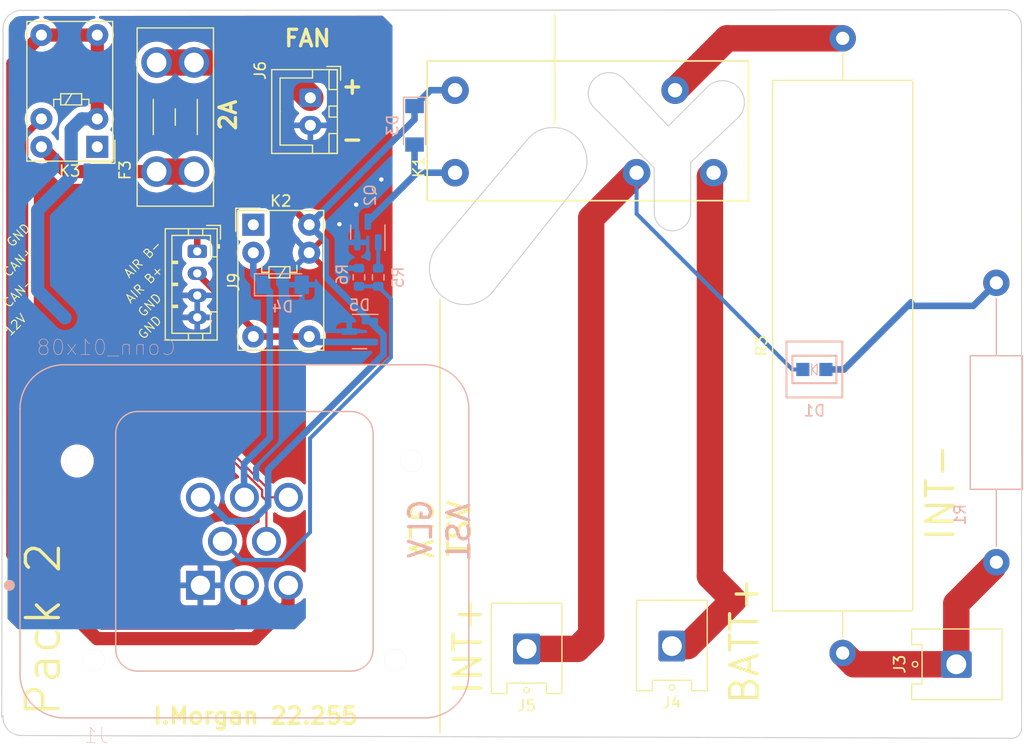
<source format=kicad_pcb>
(kicad_pcb (version 20211014) (generator pcbnew)
  (layers (0 "F.Cu" signal) (31 "B.Cu" signal) (34 "B.Paste" user) (35 "F.Paste" user) (36 "B.SilkS" user "B.Silkscreen") (37 "F.SilkS" user "F.Silkscreen") (38 "B.Mask" user) (39 "F.Mask" user) (44 "Edge.Cuts" user))
  (net 0 "")
  (net 1 "/INT-")
  (net 2 "Net-(D1-Pad2)")
  (net 3 "Net-(D3-Pad2)")
  (net 4 "/MAIN_CONT")
  (net 5 "GND")
  (net 6 "/AIR_B+")
  (net 7 "unconnected-(J1-Pad5)")
  (net 8 "unconnected-(J1-Pad8)")
  (net 9 "/B+")
  (net 10 "+12V")
  (net 11 "/PRECHARGE")
  (net 12 "/AIR_B-")
  (net 13 "/INT+")
  (net 14 "Net-(K1-Pad5)")
  (net 16 "Net-(Q2-Pad1)")
  (net 17 "Net-(F3-Pad2)")
  (net 18 "/FAN_OUT")
  (net 19 "/BMS_FAN")
  (footprint "Connector_JST:JST_PH_B4B-PH-K_1x04_P2.00mm_Vertical" (layer "F.Cu") (at 107.061 84.773 -90)
    (fp_text reference "J9" (at 2.794 -3.302 90) (layer "F.SilkS"))
    (fp_text value "JST PH")
    (fp_line (start -2.36 -2.11) (end -2.36 -0.86) (layer "F.SilkS") (width 0.12))
    (fp_line (start 8.06 0.8) (end 7.45 0.8) (layer "F.SilkS") (width 0.12))
    (fp_line (start 0.5 -1.81) (end 0.5 -1.2) (layer "F.SilkS") (width 0.12))
    (fp_line (start 2.9 2.3) (end 2.9 1.8) (layer "F.SilkS") (width 0.12))
    (fp_line (start -0.3 -1.81) (end -0.3 -2.01) (layer "F.SilkS") (width 0.12))
    (fp_line (start 0.9 2.3) (end 0.9 1.8) (layer "F.SilkS") (width 0.12))
    (fp_line (start 8.06 -0.5) (end 7.45 -0.5) (layer "F.SilkS") (width 0.12))
    (fp_line (start -2.06 -0.5) (end -1.45 -0.5) (layer "F.SilkS") (width 0.12))
    (fp_line (start -0.3 -1.91) (end -0.6 -1.91) (layer "F.SilkS") (width 0.12))
    (fp_line (start 5 2.3) (end 5 1.8) (layer "F.SilkS") (width 0.12))
    (fp_line (start -0.3 -2.01) (end -0.6 -2.01) (layer "F.SilkS") (width 0.12))
    (fp_line (start -2.06 -1.81) (end -2.06 2.91) (layer "F.SilkS") (width 0.12))
    (fp_line (start 1 2.3) (end 1 1.8) (layer "F.SilkS") (width 0.12))
    (fp_line (start 3 2.3) (end 3 1.8) (layer "F.SilkS") (width 0.12))
    (fp_line (start -1.45 2.3) (end 7.45 2.3) (layer "F.SilkS") (width 0.12))
    (fp_line (start -0.6 -2.01) (end -0.6 -1.81) (layer "F.SilkS") (width 0.12))
    (fp_line (start 4.9 1.8) (end 5.1 1.8) (layer "F.SilkS") (width 0.12))
    (fp_line (start 7.45 -1.2) (end 5.5 -1.2) (layer "F.SilkS") (width 0.12))
    (fp_line (start 7.45 2.3) (end 7.45 -1.2) (layer "F.SilkS") (width 0.12))
    (fp_line (start 8.06 -1.81) (end -2.06 -1.81) (layer "F.SilkS") (width 0.12))
    (fp_line (start -1.45 -1.2) (end -1.45 2.3) (layer "F.SilkS") (width 0.12))
    (fp_line (start -2.06 2.91) (end 8.06 2.91) (layer "F.SilkS") (width 0.12))
    (fp_line (start 3.1 1.8) (end 3.1 2.3) (layer "F.SilkS") (width 0.12))
    (fp_line (start -2.06 0.8) (end -1.45 0.8) (layer "F.SilkS") (width 0.12))
    (fp_line (start 8.06 2.91) (end 8.06 -1.81) (layer "F.SilkS") (width 0.12))
    (fp_line (start 5.5 -1.2) (end 5.5 -1.81) (layer "F.SilkS") (width 0.12))
    (fp_line (start 4.9 2.3) (end 4.9 1.8) (layer "F.SilkS") (width 0.12))
    (fp_line (start 5.1 1.8) (end 5.1 2.3) (layer "F.SilkS") (width 0.12))
    (fp_line (start 0.9 1.8) (end 1.1 1.8) (layer "F.SilkS") (width 0.12))
    (fp_line (start 0.5 -1.2) (end -1.45 -1.2) (layer "F.SilkS") (width 0.12))
    (fp_line (start -1.11 -2.11) (end -2.36 -2.11) (layer "F.SilkS") (width 0.12))
    (fp_line (start 2.9 1.8) (end 3.1 1.8) (layer "F.SilkS") (width 0.12))
    (fp_line (start 1.1 1.8) (end 1.1 2.3) (layer "F.SilkS") (width 0.12))
    (pad "1" thru_hole roundrect locked (at 0 0 270) (size 1.2 1.75) (drill 0.75) (layers *.Cu *.Mask) (roundrect_rratio 0.2083333333) (net 12 "/AIR_B-"))
    (pad "2" thru_hole oval locked (at 2 0 270) (size 1.2 1.75) (drill 0.75) (layers *.Cu *.Mask) (net 6 "/AIR_B+"))
    (pad "3" thru_hole oval locked (at 4 0 270) (size 1.2 1.75) (drill 0.75) (layers *.Cu *.Mask) (net 5 "GND"))
    (pad "4" thru_hole oval locked (at 6 0 270) (size 1.2 1.75) (drill 0.75) (layers *.Cu *.Mask) (net 5 "GND"))
  )
  (footprint "Relay_THT:Relay_SPDT_Omron_G5V-1" (layer "F.Cu") (at 97.9725 75.2685 180)
    (fp_text reference "K3" (at 2.5 -2.2) (layer "F.SilkS"))
    (fp_text value "G5V-1")
    (fp_line (start 3.327 3.81) (end 1.422 3.81) (layer "F.SilkS") (width 0.12))
    (fp_line (start 0.762 3.683) (end 0.762 4.318) (layer "F.SilkS") (width 0.12))
    (fp_line (start 6.4 11.4) (end -1.4 11.4) (layer "F.SilkS") (width 0.12))
    (fp_line (start 1.422 4.826) (end 3.327 4.826) (layer "F.SilkS") (width 0.12))
    (fp_line (start -1.4 -1.3) (end 6.4 -1.3) (layer "F.SilkS") (width 0.12))
    (fp_line (start 3.962 4.318) (end 3.327 4.318) (layer "F.SilkS") (width 0.12))
    (fp_line (start 1.422 3.81) (end 1.422 4.826) (layer "F.SilkS") (width 0.12))
    (fp_line (start 2.946 3.81) (end 2.311 4.826) (layer "F.SilkS") (width 0.12))
    (fp_line (start -1.6 0.6) (end -1.6 -1.5) (layer "F.SilkS") (width 0.12))
    (fp_line (start 3.962 3.683) (end 3.962 4.318) (layer "F.SilkS") (width 0.12))
    (fp_line (start 6.4 -1.3) (end 6.4 11.4) (layer "F.SilkS") (width 0.12))
    (fp_line (start 0.762 4.318) (end 1.422 4.318) (layer "F.SilkS") (width 0.12))
    (fp_line (start -1.4 11.4) (end -1.4 -1.3) (layer "F.SilkS") (width 0.12))
    (fp_line (start 3.327 3.81) (end 3.327 4.826) (layer "F.SilkS") (width 0.12))
    (fp_line (start -1.6 -1.5) (end 0.6 -1.5) (layer "F.SilkS") (width 0.12))
    (pad "1" thru_hole rect locked (at 0 0 180) (size 2 2) (drill 1) (layers *.Cu *.Mask))
    (pad "2" thru_hole circle locked (at 0 2.54 180) (size 2 2) (drill 1) (layers *.Cu *.Mask) (net 10 "+12V"))
    (pad "5" thru_hole circle locked (at 0 10.16 180) (size 2 2) (drill 1) (layers *.Cu *.Mask) (net 10 "+12V"))
    (pad "6" thru_hole circle locked (at 5.08 10.16 180) (size 2 2) (drill 1) (layers *.Cu *.Mask) (net 10 "+12V"))
    (pad "9" thru_hole circle locked (at 5.08 2.54 180) (size 2 2) (drill 1) (layers *.Cu *.Mask) (net 19 "/BMS_FAN"))
    (pad "10" thru_hole circle locked (at 5.08 0 180) (size 2 2) (drill 1) (layers *.Cu *.Mask) (net 18 "/FAN_OUT"))
  )
  (footprint "AERO_Footprints:G2RL" (layer "F.Cu") (at 143.2 73.811)
    (fp_text reference "K1" (at -16.002 3.302 90) (layer "F.SilkS"))
    (fp_text value "G2RL")
    (fp_line (start -15.24 -6.35) (end 13.97 -6.35) (layer "F.SilkS") (width 0.15))
    (fp_line (start 13.97 -6.35) (end 13.97 6.35) (layer "F.SilkS") (width 0.15))
    (fp_line (start -15.24 6.35) (end -15.24 -6.35) (layer "F.SilkS") (width 0.15))
    (fp_line (start 13.97 6.35) (end -15.24 6.35) (layer "F.SilkS") (width 0.15))
    (pad "1" thru_hole circle locked (at 3.8 3.81) (size 2.5 2.5) (drill 1.3) (layers *.Cu *.Mask) (net 1 "/INT-"))
    (pad "2" thru_hole circle locked (at -12.7 -3.69) (size 2.5 2.5) (drill 1.3) (layers *.Cu *.Mask) (net 12 "/AIR_B-"))
    (pad "5" thru_hole circle locked (at 7.3 -3.69) (size 2.5 2.5) (drill 1.3) (layers *.Cu *.Mask) (net 14 "Net-(K1-Pad5)"))
    (pad "9" thru_hole circle locked (at -12.7 3.81) (size 2.5 2.5) (drill 1.3) (layers *.Cu *.Mask) (net 3 "Net-(D3-Pad2)"))
    (pad "10" thru_hole circle locked (at 10.8 3.81) (size 2.5 2.5) (drill 1.3) (layers *.Cu *.Mask) (net 9 "/B+"))
  )
  (footprint "AERO_Footprints:Fuseholder_Blade_Mini_Keystone_3568" (layer "F.Cu") (at 103.365 77.521 90)
    (fp_text reference "F3" (at 0.134 -2.872 90) (layer "F.SilkS"))
    (fp_text value "Fuse")
    (fp_line (start 6.56 3.7) (end 3.36 3.7) (layer "F.SilkS") (width 0.12))
    (fp_line (start 13.06 -1.77) (end -3.14 -1.77) (layer "F.SilkS") (width 0.12))
    (fp_line (start 3.36 -0.3) (end 6.56 -0.3) (layer "F.SilkS") (width 0.12))
    (fp_line (start -3.14 5.17) (end 13.06 5.17) (layer "F.SilkS") (width 0.12))
    (fp_line (start 4.21 1.7) (end 5.71 1.7) (layer "F.SilkS") (width 0.12))
    (fp_line (start -3.14 -1.77) (end -3.14 5.17) (layer "F.SilkS") (width 0.12))
    (fp_line (start 13.06 5.17) (end 13.06 -1.77) (layer "F.SilkS") (width 0.12))
    (pad "1" thru_hole circle locked (at 0 3.4 90) (size 2.78 2.78) (drill 1.78) (layers *.Cu *.Mask) (net 18 "/FAN_OUT"))
    (pad "1" thru_hole circle locked (at 0 0 90) (size 2.78 2.78) (drill 1.78) (layers *.Cu *.Mask) (net 18 "/FAN_OUT"))
    (pad "2" thru_hole circle locked (at 9.92 0 90) (size 2.78 2.78) (drill 1.78) (layers *.Cu *.Mask) (net 17 "Net-(F3-Pad2)"))
    (pad "2" thru_hole circle locked (at 9.92 3.4 90) (size 2.78 2.78) (drill 1.78) (layers *.Cu *.Mask) (net 17 "Net-(F3-Pad2)"))
  )
  (footprint "Connector_Hirose:Hirose_DF63M-1P-3.96DSA_1x01_P3.96mm_Vertical" (layer "F.Cu") (at 176.065 122.311 90)
    (fp_text reference "J3" (at 0 -5.15 90) (layer "F.SilkS"))
    (fp_text value "Conn_01x01")
    (fp_line (start 0 4.16) (end 3.21 4.16) (layer "F.SilkS") (width 0.12))
    (fp_line (start 3.21 4.16) (end 3.21 -4.06) (layer "F.SilkS") (width 0.12))
    (fp_line (start 1.79 -4.06) (end 1.79 -3.11) (layer "F.SilkS") (width 0.12))
    (fp_line (start 3.21 -4.06) (end 1.79 -4.06) (layer "F.SilkS") (width 0.12))
    (fp_line (start 1.79 -3.11) (end 0 -3.11) (layer "F.SilkS") (width 0.12))
    (fp_line (start -3.21 -4.06) (end -1.79 -4.06) (layer "F.SilkS") (width 0.12))
    (fp_line (start 0 4.16) (end -3.21 4.16) (layer "F.SilkS") (width 0.12))
    (fp_line (start -1.79 -3.11) (end 0 -3.11) (layer "F.SilkS") (width 0.12))
    (fp_line (start -1.79 -4.06) (end -1.79 -3.11) (layer "F.SilkS") (width 0.12))
    (fp_line (start -3.21 4.16) (end -3.21 -4.06) (layer "F.SilkS") (width 0.12))
    (fp_circle (center 0 -3.75) (end 0.25 -3.75) (layer "F.SilkS") (width 0.12) (fill none))
    (pad "" np_thru_hole circle locked (at -1.5 3.25 90) (size 1.6 1.6) (drill 1.6) (layers *.Cu *.Mask))
    (pad "1" thru_hole roundrect locked (at 0 0 90) (size 2.46 2.8) (drill 1.8) (layers *.Cu *.Mask) (roundrect_rratio 0.1016260163) (net 13 "/INT+"))
  )
  (footprint "Connector_JST:JST_XH_B2B-XH-A_1x02_P2.50mm_Vertical" (layer "F.Cu") (at 117.34 70.811 -90)
    (fp_text reference "J6" (at -2.485 4.564 -90) (layer "F.SilkS"))
    (fp_text value "Conn_01x02")
    (fp_line (start -2.55 -1.7) (end -0.75 -1.7) (layer "F.SilkS") (width 0.12))
    (fp_line (start -0.75 -2.45) (end -2.55 -2.45) (layer "F.SilkS") (width 0.12))
    (fp_line (start 5.06 -2.46) (end -2.56 -2.46) (layer "F.SilkS") (width 0.12))
    (fp_line (start -0.75 -1.7) (end -0.75 -2.45) (layer "F.SilkS") (width 0.12))
    (fp_line (start -1.8 2.75) (end 1.25 2.75) (layer "F.SilkS") (width 0.12))
    (fp_line (start -1.6 -2.75) (end -2.85 -2.75) (layer "F.SilkS") (width 0.12))
    (fp_line (start 0.75 -2.45) (end 0.75 -1.7) (layer "F.SilkS") (width 0.12))
    (fp_line (start 5.06 3.51) (end 5.06 -2.46) (layer "F.SilkS") (width 0.12))
    (fp_line (start 5.05 -1.7) (end 5.05 -2.45) (layer "F.SilkS") (width 0.12))
    (fp_line (start 1.75 -1.7) (end 1.75 -2.45) (layer "F.SilkS") (width 0.12))
    (fp_line (start 1.75 -2.45) (end 0.75 -2.45) (layer "F.SilkS") (width 0.12))
    (fp_line (start 4.3 2.75) (end 1.25 2.75) (layer "F.SilkS") (width 0.12))
    (fp_line (start -2.55 -2.45) (end -2.55 -1.7) (layer "F.SilkS") (width 0.12))
    (fp_line (start 0.75 -1.7) (end 1.75 -1.7) (layer "F.SilkS") (width 0.12))
    (fp_line (start 5.05 -0.2) (end 4.3 -0.2) (layer "F.SilkS") (width 0.12))
    (fp_line (start 5.05 -2.45) (end 3.25 -2.45) (layer "F.SilkS") (width 0.12))
    (fp_line (start -2.56 3.51) (end 5.06 3.51) (layer "F.SilkS") (width 0.12))
    (fp_line (start -2.56 -2.46) (end -2.56 3.51) (layer "F.SilkS") (width 0.12))
    (fp_line (start 3.25 -2.45) (end 3.25 -1.7) (layer "F.SilkS") (width 0.12))
    (fp_line (start 3.25 -1.7) (end 5.05 -1.7) (layer "F.SilkS") (width 0.12))
    (fp_line (start -2.85 -2.75) (end -2.85 -1.5) (layer "F.SilkS") (width 0.12))
    (fp_line (start -2.55 -0.2) (end -1.8 -0.2) (layer "F.SilkS") (width 0.12))
    (fp_line (start 4.3 -0.2) (end 4.3 2.75) (layer "F.SilkS") (width 0.12))
    (fp_line (start -1.8 -0.2) (end -1.8 2.75) (layer "F.SilkS") (width 0.12))
    (pad "1" thru_hole roundrect locked (at 0 0 270) (size 1.7 2) (drill 1) (layers *.Cu *.Mask) (roundrect_rratio 0.1470588235) (net 17 "Net-(F3-Pad2)"))
    (pad "2" thru_hole oval locked (at 2.5 0 270) (size 1.7 2) (drill 1) (layers *.Cu *.Mask) (net 5 "GND"))
  )
  (footprint "Resistor_THT:R_Axial_Power_L48.0mm_W12.5mm_P55.88mm" (layer "F.Cu") (at 165.735 121.285 90)
    (fp_text reference "R3" (at 27.94 -7.37 90) (layer "F.SilkS"))
    (fp_text value "500")
    (fp_line (start 52.06 6.37) (end 52.06 -6.37) (layer "F.SilkS") (width 0.12))
    (fp_line (start 54.44 0) (end 52.06 0) (layer "F.SilkS") (width 0.12))
    (fp_line (start 3.82 -6.37) (end 3.82 6.37) (layer "F.SilkS") (width 0.12))
    (fp_line (start 3.82 6.37) (end 52.06 6.37) (layer "F.SilkS") (width 0.12))
    (fp_line (start 52.06 -6.37) (end 3.82 -6.37) (layer "F.SilkS") (width 0.12))
    (fp_line (start 1.44 0) (end 3.82 0) (layer "F.SilkS") (width 0.12))
    (pad "1" thru_hole circle (at 0 0 90) (size 2.4 2.4) (drill 1.2) (layers *.Cu *.Mask) (net 13 "/INT+"))
    (pad "2" thru_hole oval (at 55.88 0 90) (size 2.4 2.4) (drill 1.2) (layers *.Cu *.Mask) (net 14 "Net-(K1-Pad5)"))
  )
  (footprint "Connector_Hirose:Hirose_DF63M-1P-3.96DSA_1x01_P3.96mm_Vertical" (layer "F.Cu") (at 150.211 120.655 180)
    (fp_text reference "J4" (at 0 -5.15) (layer "F.SilkS"))
    (fp_text value "Conn_01x01")
    (fp_line (start 0 4.16) (end 3.21 4.16) (layer "F.SilkS") (width 0.12))
    (fp_line (start -1.79 -3.11) (end 0 -3.11) (layer "F.SilkS") (width 0.12))
    (fp_line (start 0 4.16) (end -3.21 4.16) (layer "F.SilkS") (width 0.12))
    (fp_line (start 3.21 -4.06) (end 1.79 -4.06) (layer "F.SilkS") (width 0.12))
    (fp_line (start -1.79 -4.06) (end -1.79 -3.11) (layer "F.SilkS") (width 0.12))
    (fp_line (start 1.79 -4.06) (end 1.79 -3.11) (layer "F.SilkS") (width 0.12))
    (fp_line (start 1.79 -3.11) (end 0 -3.11) (layer "F.SilkS") (width 0.12))
    (fp_line (start 3.21 4.16) (end 3.21 -4.06) (layer "F.SilkS") (width 0.12))
    (fp_line (start -3.21 -4.06) (end -1.79 -4.06) (layer "F.SilkS") (width 0.12))
    (fp_line (start -3.21 4.16) (end -3.21 -4.06) (layer "F.SilkS") (width 0.12))
    (fp_circle (center 0 -3.75) (end 0.25 -3.75) (layer "F.SilkS") (width 0.12) (fill none))
    (pad "" np_thru_hole circle locked (at -1.5 3.25 180) (size 1.6 1.6) (drill 1.6) (layers *.Cu *.Mask))
    (pad "1" thru_hole roundrect locked (at 0 0 180) (size 2.46 2.8) (drill 1.8) (layers *.Cu *.Mask) (roundrect_rratio 0.1016260163) (net 9 "/B+"))
  )
  (footprint "Connector_Hirose:Hirose_DF63M-1P-3.96DSA_1x01_P3.96mm_Vertical" (layer "F.Cu") (at 137.003 120.909 180)
    (fp_text reference "J5" (at 0 -5.15) (layer "F.SilkS"))
    (fp_text value "Conn_01x01")
    (fp_line (start -1.79 -4.06) (end -1.79 -3.11) (layer "F.SilkS") (width 0.12))
    (fp_line (start 1.79 -4.06) (end 1.79 -3.11) (layer "F.SilkS") (width 0.12))
    (fp_line (start 3.21 -4.06) (end 1.79 -4.06) (layer "F.SilkS") (width 0.12))
    (fp_line (start -3.21 4.16) (end -3.21 -4.06) (layer "F.SilkS") (width 0.12))
    (fp_line (start -3.21 -4.06) (end -1.79 -4.06) (layer "F.SilkS") (width 0.12))
    (fp_line (start 0 4.16) (end 3.21 4.16) (layer "F.SilkS") (width 0.12))
    (fp_line (start 0 4.16) (end -3.21 4.16) (layer "F.SilkS") (width 0.12))
    (fp_line (start -1.79 -3.11) (end 0 -3.11) (layer "F.SilkS") (width 0.12))
    (fp_line (start 1.79 -3.11) (end 0 -3.11) (layer "F.SilkS") (width 0.12))
    (fp_line (start 3.21 4.16) (end 3.21 -4.06) (layer "F.SilkS") (width 0.12))
    (fp_circle (center 0 -3.75) (end 0.25 -3.75) (layer "F.SilkS") (width 0.12) (fill none))
    (pad "" np_thru_hole circle locked (at -1.5 3.25 180) (size 1.6 1.6) (drill 1.6) (layers *.Cu *.Mask))
    (pad "1" thru_hole roundrect locked (at 0 0 180) (size 2.46 2.8) (drill 1.8) (layers *.Cu *.Mask) (roundrect_rratio 0.1016260163) (net 1 "/INT-"))
  )
  (footprint "Relay_THT:Relay_SPDT_Omron_G5V-1" (layer "F.Cu") (at 112.1575 82.3535)
    (fp_text reference "K2" (at 2.5 -2.159) (layer "F.SilkS"))
    (fp_text value "G5V-1")
    (fp_line (start -1.6 -1.5) (end 0.6 -1.5) (layer "F.SilkS") (width 0.12))
    (fp_line (start 0.762 3.683) (end 0.762 4.318) (layer "F.SilkS") (width 0.12))
    (fp_line (start 3.962 3.683) (end 3.962 4.318) (layer "F.SilkS") (width 0.12))
    (fp_line (start -1.4 -1.3) (end 6.4 -1.3) (layer "F.SilkS") (width 0.12))
    (fp_line (start 1.422 4.826) (end 3.327 4.826) (layer "F.SilkS") (width 0.12))
    (fp_line (start 6.4 11.4) (end -1.4 11.4) (layer "F.SilkS") (width 0.12))
    (fp_line (start 3.327 3.81) (end 1.422 3.81) (layer "F.SilkS") (width 0.12))
    (fp_line (start 6.4 -1.3) (end 6.4 11.4) (layer "F.SilkS") (width 0.12))
    (fp_line (start -1.6 0.6) (end -1.6 -1.5) (layer "F.SilkS") (width 0.12))
    (fp_line (start 2.946 3.81) (end 2.311 4.826) (layer "F.SilkS") (width 0.12))
    (fp_line (start 1.422 3.81) (end 1.422 4.826) (layer "F.SilkS") (width 0.12))
    (fp_line (start 0.762 4.318) (end 1.422 4.318) (layer "F.SilkS") (width 0.12))
    (fp_line (start 3.327 3.81) (end 3.327 4.826) (layer "F.SilkS") (width 0.12))
    (fp_line (start -1.4 11.4) (end -1.4 -1.3) (layer "F.SilkS") (width 0.12))
    (fp_line (start 3.962 4.318) (end 3.327 4.318) (layer "F.SilkS") (width 0.12))
    (pad "1" thru_hole rect locked (at 0 0) (size 2 2) (drill 1) (layers *.Cu *.Mask))
    (pad "2" thru_hole circle locked (at 0 2.54) (size 2 2) (drill 1) (layers *.Cu *.Mask) (net 4 "/MAIN_CONT"))
    (pad "5" thru_hole circle locked (at 0 10.16) (size 2 2) (drill 1) (layers *.Cu *.Mask) (net 6 "/AIR_B+"))
    (pad "6" thru_hole circle locked (at 5.08 10.16) (size 2 2) (drill 1) (layers *.Cu *.Mask) (net 6 "/AIR_B+"))
    (pad "9" thru_hole circle locked (at 5.08 2.54) (size 2 2) (drill 1) (layers *.Cu *.Mask) (net 5 "GND"))
    (pad "10" thru_hole circle locked (at 5.08 0) (size 2 2) (drill 1) (layers *.Cu *.Mask) (net 12 "/AIR_B-"))
  )
  (footprint "AERO_Footprints:TE_1-776276-1_8pin_Vertical" (layer "B.Cu") (at 111.349 111.13)
    (fp_text reference "J1" (at -13.4511 17.6484) (layer "B.SilkS") (effects (font (size 1.40074 1.40074) (thickness 0.05)) (justify mirror)))
    (fp_text value "Conn_01x08" (at -12.5639 -17.6235) (layer "B.SilkS") (effects (font (size 1.40099 1.40099) (thickness 0.05)) (justify mirror)))
    (fp_line (start -9.7 11.8) (end 9.7 11.8) (layer "B.SilkS") (width 0.127))
    (fp_line (start 20.4 -12.05) (end 20.4 12.05) (layer "B.SilkS") (width 0.127))
    (fp_line (start 16.4 16.05) (end -16.4 16.05) (layer "B.SilkS") (width 0.127))
    (fp_line (start -16.4 -16.05) (end 16.4 -16.05) (layer "B.SilkS") (width 0.127))
    (fp_line (start 9.7 -11.8) (end -9.7 -11.8) (layer "B.SilkS") (width 0.127))
    (fp_line (start -11.7 -9.8) (end -11.7 9.8) (layer "B.SilkS") (width 0.127))
    (fp_line (start -20.4 12.05) (end -20.4 -12.05) (layer "B.SilkS") (width 0.127))
    (fp_line (start 11.7 9.8) (end 11.7 -9.8) (layer "B.SilkS") (width 0.127))
    (fp_arc (start -9.7 11.8) (mid -11.114214 11.214214) (end -11.7 9.8) (layer "B.SilkS") (width 0.127))
    (fp_arc (start 16.4 -16.05) (mid 19.228427 -14.878427) (end 20.4 -12.05) (layer "B.SilkS") (width 0.127))
    (fp_arc (start -11.7 -9.8) (mid -11.114214 -11.214214) (end -9.7 -11.8) (layer "B.SilkS") (width 0.127))
    (fp_arc (start 20.4 12.05) (mid 19.228427 14.878427) (end 16.4 16.05) (layer "B.SilkS") (width 0.127))
    (fp_arc (start 9.7 -11.8) (mid 11.114214 -11.214214) (end 11.7 -9.8) (layer "B.SilkS") (width 0.127))
    (fp_arc (start -16.4 16.05) (mid -19.228427 14.878427) (end -20.4 12.05) (layer "B.SilkS") (width 0.127))
    (fp_arc (start 11.7 9.8) (mid 11.114214 11.214214) (end 9.7 11.8) (layer "B.SilkS") (width 0.127))
    (fp_arc (start -20.4 -12.05) (mid -19.228427 -14.878427) (end -16.4 -16.05) (layer "B.SilkS") (width 0.127))
    (fp_circle (center -21.365 4) (end -21.115 4) (layer "B.SilkS") (width 0.5) (fill none))
    (pad "" np_thru_hole circle (at -13.7 10.8) (size 2 2) (drill 2) (layers *.Cu *.Mask "B.SilkS"))
    (pad "" np_thru_hole circle (at 13.7 10.8) (size 2 2) (drill 2) (layers *.Cu *.Mask "B.SilkS"))
    (pad "" np_thru_hole circle (at 15.2 -7.3) (size 2 2) (drill 2) (layers *.Cu *.Mask "B.SilkS"))
    (pad "" np_thru_hole circle (at -15.2 -7.3) (size 2 2) (drill 2) (layers *.Cu *.Mask "B.SilkS"))
    (pad "1" thru_hole rect (at -4 4) (size 2.625 2.625) (drill 1.75) (layers *.Cu *.Mask) (net 5 "GND"))
    (pad "2" thru_hole circle (at 0 4) (size 2.625 2.625) (drill 1.75) (layers *.Cu *.Mask) (net 19 "/BMS_FAN"))
    (pad "3" thru_hole circle (at 4 4) (size 2.625 2.625) (drill 1.75) (layers *.Cu *.Mask) (net 10 "+12V"))
    (pad "4" thru_hole circle (at -2 0) (size 2.625 2.625) (drill 1.75) (layers *.Cu *.Mask) (net 11 "/PRECHARGE"))
    (pad "5" thru_hole circle (at 2 0) (size 2.625 2.625) (drill 1.75) (layers *.Cu *.Mask) (net 7 "unconnected-(J1-Pad5)"))
    (pad "6" thru_hole circle (at -4 -4) (size 2.625 2.625) (drill 1.75) (layers *.Cu *.Mask) (net 12 "/AIR_B-"))
    (pad "7" thru_hole circle (at 0 -4) (size 2.625 2.625) (drill 1.75) (layers *.Cu *.Mask) (net 4 "/MAIN_CONT"))
    (pad "8" thru_hole circle (at 4 -4) (size 2.625 2.625) (drill 1.75) (layers *.Cu *.Mask) (net 8 "unconnected-(J1-Pad8)"))
  )
  (footprint "Package_TO_SOT_SMD:SOT-23" (layer "B.Cu") (at 122.565 83.01881 90)
    (fp_text reference "Q2" (at 3.3505 0.214 90) (layer "B.SilkS") (effects (justify mirror)))
    (fp_text value "MMBT2222A")
    (fp_line (start 0 1.56) (end -1.675 1.56) (layer "B.SilkS") (width 0.12))
    (fp_line (start 0 1.56) (end 0.65 1.56) (layer "B.SilkS") (width 0.12))
    (fp_line (start 0 -1.56) (end -0.65 -1.56) (layer "B.SilkS") (width 0.12))
    (fp_line (start 0 -1.56) (end 0.65 -1.56) (layer "B.SilkS") (width 0.12))
    (pad "1" smd roundrect locked (at -0.9375 0.95 90) (size 1.475 0.6) (layers "B.Cu" "B.Paste" "B.Mask") (net 16 "Net-(Q2-Pad1)"))
    (pad "2" smd roundrect locked (at -0.9375 -0.95 90) (size 1.475 0.6) (layers "B.Cu" "B.Paste" "B.Mask") (net 5 "GND"))
    (pad "3" smd roundrect locked (at 0.9375 0 90) (size 1.475 0.6) (layers "B.Cu" "B.Paste" "B.Mask") (net 3 "Net-(D3-Pad2)"))
  )
  (footprint "Diode_SMD:D_MiniMELF" (layer "B.Cu") (at 126.815 73.311 -90)
    (fp_text reference "D3" (at 0 2 90) (layer "B.SilkS") (effects (justify mirror)))
    (fp_text value "1N4148")
    (fp_line (start -2.55 -1) (end 1.75 -1) (layer "B.SilkS") (width 0.12))
    (fp_line (start 1.75 1) (end -2.55 1) (layer "B.SilkS") (width 0.12))
    (fp_line (start -2.55 1) (end -2.55 -1) (layer "B.SilkS") (width 0.12))
    (pad "1" smd rect locked (at -1.75 0 270) (size 1.3 1.7) (layers "B.Cu" "B.Paste" "B.Mask") (net 12 "/AIR_B-"))
    (pad "2" smd rect locked (at 1.75 0 270) (size 1.3 1.7) (layers "B.Cu" "B.Paste" "B.Mask") (net 3 "Net-(D3-Pad2)"))
  )
  (footprint "AERO_Footprints:LPA-C011301S-x LED 0805 LIGHT PIPE SINGLE VERT SMD" (layer "B.Cu") (at 163.165 95.509)
    (fp_text reference "D1" (at 0 3.75) (layer "B.SilkS") (effects (justify mirror)))
    (fp_text value "LED")
    (fp_line (start -2.54 -2.54) (end -2.54 2.54) (layer "B.SilkS") (width 0.18))
    (fp_line (start -2.54 2.54) (end 2.54 2.54) (layer "B.SilkS") (width 0.18))
    (fp_line (start -2 1.25) (end 2 1.25) (layer "B.SilkS") (width 0.18))
    (fp_line (start 2 1.25) (end 2 -1.25) (layer "B.SilkS") (width 0.18))
    (fp_line (start 2 -1.25) (end -2 -1.25) (layer "B.SilkS") (width 0.18))
    (fp_line (start -0.25 0) (end 0.25 0.5) (layer "B.SilkS") (width 0.1))
    (fp_line (start -2 -1.25) (end -2 1.25) (layer "B.SilkS") (width 0.18))
    (fp_line (start -0.25 0.5) (end -0.25 -0.5) (layer "B.SilkS") (width 0.1))
    (fp_line (start 2.54 -2.54) (end -2.54 -2.54) (layer "B.SilkS") (width 0.18))
    (fp_line (start 0.25 0.5) (end 0.25 -0.5) (layer "B.SilkS") (width 0.1))
    (fp_line (start 0.25 -0.5) (end -0.25 0) (layer "B.SilkS") (width 0.1))
    (fp_line (start 2.54 2.54) (end 2.54 -2.54) (layer "B.SilkS") (width 0.18))
    (pad "" np_thru_hole circle (at -1.89 1.89) (size 1 1) (drill 1) (layers *.Cu *.Mask))
    (pad "" np_thru_hole circle (at 1.89 -1.89) (size 1 1) (drill 1) (layers *.Cu *.Mask))
    (pad "1" smd rect (at -1.05 0) (size 1.2 1.2) (layers "B.Cu" "B.Paste" "B.Mask") (net 1 "/INT-"))
    (pad "2" smd rect (at 1.05 0) (size 1.2 1.2) (layers "B.Cu" "B.Paste" "B.Mask") (net 2 "Net-(D1-Pad2)"))
  )
  (footprint "Resistor_SMD:R_0603_1608Metric" (layer "B.Cu") (at 123.513 87.127 -90)
    (fp_text reference "R5" (at 0 -1.806 90) (layer "B.SilkS") (effects (justify mirror)))
    (fp_text value "10k")
    (fp_line (start -0.237258 0.5225) (end 0.237258 0.5225) (layer "B.SilkS") (width 0.12))
    (fp_line (start -0.237258 -0.5225) (end 0.237258 -0.5225) (layer "B.SilkS") (width 0.12))
    (pad "1" smd roundrect locked (at -0.825 0 270) (size 0.8 0.95) (layers "B.Cu" "B.Paste" "B.Mask") (net 16 "Net-(Q2-Pad1)"))
    (pad "2" smd roundrect locked (at 0.825 0 270) (size 0.8 0.95) (layers "B.Cu" "B.Paste" "B.Mask") (net 11 "/PRECHARGE"))
  )
  (footprint "Diode_SMD:D_MiniMELF" (layer "B.Cu") (at 114.815 87.811)
    (fp_text reference "D4" (at 0 2) (layer "B.SilkS") (effects (justify mirror)))
    (fp_text value "1N4148")
    (fp_line (start -2.55 1) (end -2.55 -1) (layer "B.SilkS") (width 0.12))
    (fp_line (start 1.75 1) (end -2.55 1) (layer "B.SilkS") (width 0.12))
    (fp_line (start -2.55 -1) (end 1.75 -1) (layer "B.SilkS") (width 0.12))
    (pad "1" smd rect locked (at -1.75 0) (size 1.3 1.7) (layers "B.Cu" "B.Paste" "B.Mask") (net 4 "/MAIN_CONT"))
    (pad "2" smd rect locked (at 1.75 0) (size 1.3 1.7) (layers "B.Cu" "B.Paste" "B.Mask") (net 5 "GND"))
  )
  (footprint "Package_TO_SOT_SMD:SOT-23" (layer "B.Cu") (at 121.815 92.061 180)
    (fp_text reference "D5" (at 0 2.4) (layer "B.SilkS") (effects (justify mirror)))
    (fp_text value "MMBZxx")
    (fp_line (start 0 1.56) (end -1.675 1.56) (layer "B.SilkS") (width 0.12))
    (fp_line (start 0 -1.56) (end 0.65 -1.56) (layer "B.SilkS") (width 0.12))
    (fp_line (start 0 1.56) (end 0.65 1.56) (layer "B.SilkS") (width 0.12))
    (fp_line (start 0 -1.56) (end -0.65 -1.56) (layer "B.SilkS") (width 0.12))
    (pad "1" smd roundrect locked (at -0.9375 0.95 180) (size 1.475 0.6) (layers "B.Cu" "B.Paste" "B.Mask") (net 12 "/AIR_B-"))
    (pad "2" smd roundrect locked (at -0.9375 -0.95 180) (size 1.475 0.6) (layers "B.Cu" "B.Paste" "B.Mask") (net 6 "/AIR_B+"))
    (pad "3" smd roundrect locked (at 0.9375 0 180) (size 1.475 0.6) (layers "B.Cu" "B.Paste" "B.Mask") (net 5 "GND"))
  )
  (footprint "Resistor_THT:R_Axial_DIN0414_L11.9mm_D4.5mm_P25.40mm_Horizontal" (layer "B.Cu") (at 179.705 113.03 90)
    (fp_text reference "R1" (at 4.318 -3.302 90) (layer "B.SilkS") (effects (justify mirror)))
    (fp_text value "39k")
    (fp_line (start 18.77 -2.37) (end 18.77 2.37) (layer "B.SilkS") (width 0.12))
    (fp_line (start 6.63 2.37) (end 6.63 -2.37) (layer "B.SilkS") (width 0.12))
    (fp_line (start 1.44 0) (end 6.63 0) (layer "B.SilkS") (width 0.12))
    (fp_line (start 18.77 2.37) (end 6.63 2.37) (layer "B.SilkS") (width 0.12))
    (fp_line (start 6.63 -2.37) (end 18.77 -2.37) (layer "B.SilkS") (width 0.12))
    (fp_line (start 23.96 0) (end 18.77 0) (layer "B.SilkS") (width 0.12))
    (pad "1" thru_hole circle locked (at 0 0 90) (size 2.4 2.4) (drill 1.2) (layers *.Cu *.Mask) (net 13 "/INT+"))
    (pad "2" thru_hole oval locked (at 25.4 0 90) (size 2.4 2.4) (drill 1.2) (layers *.Cu *.Mask) (net 2 "Net-(D1-Pad2)"))
  )
  (footprint "Resistor_SMD:R_0603_1608Metric" (layer "B.Cu") (at 121.763 87.127 -90)
    (fp_text reference "R6" (at -0.254 1.524 90) (layer "B.SilkS") (effects (justify mirror)))
    (fp_text value "2k")
    (fp_line (start -0.237258 0.5225) (end 0.237258 0.5225) (layer "B.SilkS") (width 0.12))
    (fp_line (start -0.237258 -0.5225) (end 0.237258 -0.5225) (layer "B.SilkS") (width 0.12))
    (pad "1" smd roundrect locked (at -0.825 0 270) (size 0.8 0.95) (layers "B.Cu" "B.Paste" "B.Mask") (net 5 "GND"))
    (pad "2" smd roundrect locked (at 0.825 0 270) (size 0.8 0.95) (layers "B.Cu" "B.Paste" "B.Mask") (net 11 "/PRECHARGE"))
  )
  (gr_line (start 129.129 103.129) (end 129.129 128.529) (layer "F.SilkS") (width 0.15))
  (gr_line (start 139.543 73.157) (end 139.543 63.251) (layer "F.SilkS") (width 0.15))
  (gr_line (start 129.129 89.159) (end 129.129 103.129) (layer "F.SilkS") (width 0.15))
  (gr_line (start 89.408 64.516) (end 89.284341 127.127) (layer "Edge.Cuts") (width 0.1))
  (gr_arc (start 143.148001 71.727999) (mid 143.148001 69.061001) (end 145.814999 69.061001) (layer "Edge.Cuts") (width 0.1))
  (gr_line (start 180.34 62.811) (end 91.059 62.865) (layer "Edge.Cuts") (width 0.1))
  (gr_line (start 148.609 77.189) (end 148.609 81.253) (layer "Edge.Cuts") (width 0.1))
  (gr_line (start 156.229 72.617) (end 151.911 76.681) (layer "Edge.Cuts") (width 0.1))
  (gr_line (start 91.192382 128.784382) (end 181.108382 129.038382) (layer "Edge.Cuts") (width 0.1))
  (gr_arc (start 153.435 69.823) (mid 156.229 69.823) (end 156.229 72.617) (layer "Edge.Cuts") (width 0.1))
  (gr_arc (start 151.911 81.253) (mid 150.26 82.904) (end 148.609 81.253) (layer "Edge.Cuts") (width 0.1))
  (gr_arc (start 137.003 74.681) (mid 141.321 74.173) (end 141.829 78.491) (layer "Edge.Cuts") (width 0.1))
  (gr_arc (start 181.997382 128.149382) (mid 181.737 128.778) (end 181.108382 129.038382) (layer "Edge.Cuts") (width 0.1))
  (gr_line (start 151.911 81.253) (end 151.911 76.681) (layer "Edge.Cuts") (width 0.1))
  (gr_arc (start 133.955 88.397) (mid 129.383 88.905) (end 128.875 84.333) (layer "Edge.Cuts") (width 0.1))
  (gr_arc (start 91.186 128.778) (mid 89.87479 128.284401) (end 89.411341 126.962234) (layer "Edge.Cuts") (width 0.1))
  (gr_line (start 133.955 88.397) (end 141.829 78.491) (layer "Edge.Cuts") (width 0.1))
  (gr_arc (start 180.34 62.811) (mid 181.564674 63.276968) (end 181.991 64.516) (layer "Edge.Cuts") (width 0.1))
  (gr_line (start 153.435 69.823) (end 149.879 73.379) (layer "Edge.Cuts") (width 0.1))
  (gr_line (start 181.991 64.516) (end 181.997382 128.149382) (layer "Edge.Cuts") (width 0.1))
  (gr_arc (start 89.408 64.516) (mid 89.891567 63.348567) (end 91.059 62.865) (layer "Edge.Cuts") (width 0.1))
  (gr_line (start 143.148001 71.727999) (end 148.609 77.189) (layer "Edge.Cuts") (width 0.1))
  (gr_line (start 137.003 74.681) (end 128.875 84.333) (layer "Edge.Cuts") (width 0.1))
  (gr_line (start 145.815 69.061) (end 149.879 73.379) (layer "Edge.Cuts") (width 0.1))
  (gr_text "TSV\n" (at 130.653 110.241 270) (layer "B.SilkS") (effects (font (size 2 2) (thickness 0.3)) (justify mirror)))
  (gr_text "GLV" (at 127.351 109.987 90) (layer "B.SilkS") (effects (font (size 2 2) (thickness 0.3)) (justify mirror)))
  (gr_text "GND" (at 90.805 83.312 45) (layer "F.SilkS") (effects (font (size 0.8 0.8) (thickness 0.1))))
  (gr_text "Pack 2" (at 93.061 119.131 90) (layer "F.SilkS") (effects (font (size 3 3) (thickness 0.3))))
  (gr_text "FAN" (at 117.094 65.405) (layer "F.SilkS") (effects (font (size 1.5 1.5) (thickness 0.3))))
  (gr_text "I.Morgan 22.255" (at 112.365 127.005) (layer "F.SilkS") (effects (font (size 1.5 1.5) (thickness 0.3))))
  (gr_text "INT-" (at 174.625 106.68 90) (layer "F.SilkS") (effects (font (size 2.5 2.5) (thickness 0.3))))
  (gr_text "AIR B-" (at 102.108 85.471 45) (layer "F.SilkS") (effects (font (size 0.8 0.8) (thickness 0.1))))
  (gr_text "CAN-\n" (at 90.805 88.519 45) (layer "F.SilkS") (effects (font (size 0.8 0.8) (thickness 0.1))))
  (gr_text "GND" (at 102.743 89.662 45) (layer "F.SilkS") (effects (font (size 0.8 0.8) (thickness 0.1))))
  (gr_text "TSV\n" (at 130.907 109.987 -270) (layer "F.SilkS") (effects (font (size 2 2) (thickness 0.3))))
  (gr_text "BATT+" (at 156.815 120.147 90) (layer "F.SilkS") (effects (font (size 2.5 2.5) (thickness 0.3))))
  (gr_text "INT+" (at 131.669 120.655 90) (layer "F.SilkS") (effects (font (size 2.5 2.5) (thickness 0.3))))
  (gr_text "GLV" (at 127.351 109.987 270) (layer "F.SilkS") (effects (font (size 2 2) (thickness 0.3))))
  (gr_text "AIR B+" (at 102.235 87.757 45) (layer "F.SilkS") (effects (font (size 0.8 0.8) (thickness 0.1))))
  (gr_text "+\n\n-" (at 121.158 72.136) (layer "F.SilkS") (effects (font (size 1.5 1.5) (thickness 0.3))))
  (gr_text "2A" (at 109.855 72.39 90) (layer "F.SilkS") (effects (font (size 1.5 1.5) (thickness 0.3))))
  (gr_text "GND" (at 102.743 91.694 45) (layer "F.SilkS") (effects (font (size 0.8 0.8) (thickness 0.1))))
  (gr_text "CAN+" (at 90.805 85.725 45) (layer "F.SilkS") (effects (font (size 0.8 0.8) (thickness 0.1))))
  (gr_text "12V\n" (at 90.551 91.44 45) (layer "F.SilkS") (effects (font (size 0.8 0.8) (thickness 0.1))))
  (segment (start 142.875 81.746) (end 142.875 119.650963) (width 2.4) (layer "F.Cu") (net 1))
  (segment (start 147 77.621) (end 142.875 81.746) (width 2.4) (layer "F.Cu") (net 1))
  (segment (start 147 77.621) (end 147 77.626) (width 2.4) (layer "F.Cu") (net 1))
  (segment (start 142.875 119.650963) (end 141.616963 120.909) (width 2.4) (layer "F.Cu") (net 1))
  (segment (start 141.616963 120.909) (end 137.003 120.909) (width 2.4) (layer "F.Cu") (net 1))
  (segment (start 161.856 95.25) (end 162.115 95.509) (width 0.36) (layer "B.Cu") (net 1))
  (segment (start 162.115 95.509) (end 161.155 95.509) (width 0.36) (layer "B.Cu") (net 1))
  (segment (start 161.155 95.509) (end 147 81.354) (width 0.36) (layer "B.Cu") (net 1))
  (segment (start 147 81.354) (end 147 77.621) (width 0.36) (layer "B.Cu") (net 1))
  (segment (start 177.6095 89.7255) (end 179.705 87.63) (width 0.6) (layer "B.Cu") (net 2))
  (segment (start 171.6405 89.7255) (end 165.857 95.509) (width 0.6) (layer "B.Cu") (net 2))
  (segment (start 165.857 95.509) (end 164.215 95.509) (width 0.6) (layer "B.Cu") (net 2))
  (segment (start 171.958 89.408) (end 171.6405 89.7255) (width 0.6) (layer "B.Cu") (net 2))
  (segment (start 171.6405 89.7255) (end 177.6095 89.7255) (width 0.6) (layer "B.Cu") (net 2))
  (segment (start 127.02531 77.621) (end 130.5 77.621) (width 0.6) (layer "B.Cu") (net 3))
  (segment (start 122.565 82.08131) (end 127.02531 77.621) (width 0.6) (layer "B.Cu") (net 3))
  (segment (start 126.815 77.83131) (end 126.815 75.061) (width 0.6) (layer "B.Cu") (net 3))
  (segment (start 122.565 82.08131) (end 126.815 77.83131) (width 0.6) (layer "B.Cu") (net 3))
  (segment (start 113.657011 88.403011) (end 113.657011 101.718989) (width 0.6) (layer "B.Cu") (net 4))
  (segment (start 112.1575 86.9035) (end 113.065 87.811) (width 0.6) (layer "B.Cu") (net 4))
  (segment (start 111.315 104.061) (end 111.315 107.061) (width 0.6) (layer "B.Cu") (net 4))
  (segment (start 113.657011 101.718989) (end 111.315 104.061) (width 0.6) (layer "B.Cu") (net 4))
  (segment (start 113.065 87.811) (end 113.657011 88.403011) (width 0.6) (layer "B.Cu") (net 4))
  (segment (start 112.1575 84.8935) (end 112.1575 86.9035) (width 0.6) (layer "B.Cu") (net 4))
  (via (at 123.795 78.237) (size 0.8) (drill 0.4) (layers "F.Cu" "B.Cu") (net 5))
  (via (at 119.985 82.301) (size 0.8) (drill 0.4) (layers "F.Cu" "B.Cu") (net 5))
  (via (at 121.509 80.523) (size 0.8) (drill 0.4) (layers "F.Cu" "B.Cu") (net 5))
  (segment (start 112.1575 92.5135) (end 117.2375 92.5135) (width 0.6) (layer "F.Cu") (net 6))
  (segment (start 112.1575 91.8695) (end 107.061 86.773) (width 0.6) (layer "F.Cu") (net 6))
  (segment (start 112.1575 92.5135) (end 112.1575 91.8695) (width 0.6) (layer "F.Cu") (net 6))
  (segment (start 117.735 93.011) (end 122.7525 93.011) (width 0.6) (layer "B.Cu") (net 6))
  (segment (start 117.2375 92.5135) (end 117.735 93.011) (width 0.6) (layer "B.Cu") (net 6))
  (segment (start 98.261229 90.092892) (end 98.26123 90.092891) (width 0.2) (layer "F.Cu") (net 7))
  (segment (start 97.797224 89.708369) (end 97.797223 89.70837) (width 0.2) (layer "F.Cu") (net 7))
  (segment (start 112.961011 106.462282) (end 112.016718 105.517989) (width 0.2) (layer "F.Cu") (net 7))
  (segment (start 102.32514 97.8844) (end 101.7471 97.8844) (width 0.2) (layer "F.Cu") (net 7))
  (segment (start 101.984599 96.083798) (end 101.984599 96.746901) (width 0.2) (layer "F.Cu") (net 7))
  (segment (start 103.91906 97.8844) (end 103.59454 98.20892) (width 0.2) (layer "F.Cu") (net 7))
  (segment (start 99.589999 90.997396) (end 99.589999 93.689198) (width 0.2) (layer "F.Cu") (net 7))
  (segment (start 97.412701 89.244364) (end 97.412702 89.244363) (width 0.2) (layer "F.Cu") (net 7))
  (segment (start 98.645752 90.556897) (end 98.645751 90.556898) (width 0.2) (layer "F.Cu") (net 7))
  (segment (start 98.645751 90.556898) (end 98.685493 90.517155) (width 0.2) (layer "F.Cu") (net 7))
  (segment (start 96.903603 88.311) (end 97.412702 88.820099) (width 0.2) (layer "F.Cu") (net 7))
  (segment (start 104.38312 97.8844) (end 103.91906 97.8844) (width 0.2) (layer "F.Cu") (net 7))
  (segment (start 97.797223 89.70837) (end 97.836965 89.668627) (width 0.2) (layer "F.Cu") (net 7))
  (segment (start 99.109757 90.517155) (end 99.109758 90.517155) (width 0.2) (layer "F.Cu") (net 7))
  (segment (start 112.016718 105.517989) (end 112.016709 105.517989) (width 0.2) (layer "F.Cu") (net 7))
  (segment (start 97.372959 89.708369) (end 97.372959 89.70837) (width 0.2) (layer "F.Cu") (net 7))
  (segment (start 101.984599 96.746901) (end 101.2971 97.4344) (width 0.2) (layer "F.Cu") (net 7))
  (segment (start 113.349 111.13) (end 113.349 107.448199) (width 0.2) (layer "F.Cu") (net 7))
  (segment (start 95.04 88.311) (end 96.903603 88.311) (width 0.2) (layer "F.Cu") (net 7))
  (segment (start 112.961011 107.06021) (end 112.961011 106.462282) (width 0.2) (layer "F.Cu") (net 7))
  (segment (start 113.349 107.448199) (end 112.961011 107.06021) (width 0.2) (layer "F.Cu") (net 7))
  (segment (start 101.7471 97.8844) (end 101.2971 97.4344) (width 0.2) (layer "F.Cu") (net 7))
  (segment (start 97.412702 89.244363) (end 97.372959 89.284105) (width 0.2) (layer "F.Cu") (net 7))
  (segment (start 112.016709 105.517989) (end 104.38312 97.8844) (width 0.2) (layer "F.Cu") (net 7))
  (segment (start 98.261229 89.668627) (end 98.26123 89.668627) (width 0.2) (layer "F.Cu") (net 7))
  (segment (start 98.221487 90.556897) (end 98.221487 90.556898) (width 0.2) (layer "F.Cu") (net 7))
  (segment (start 103.59454 98.20892) (end 102.64966 98.20892) (width 0.2) (layer "F.Cu") (net 7))
  (segment (start 99.589999 93.689198) (end 101.984599 96.083798) (width 0.2) (layer "F.Cu") (net 7))
  (segment (start 98.26123 90.092891) (end 98.221487 90.132633) (width 0.2) (layer "F.Cu") (net 7))
  (segment (start 102.64966 98.20892) (end 102.32514 97.8844) (width 0.2) (layer "F.Cu") (net 7))
  (segment (start 99.109758 90.517155) (end 99.589999 90.997396) (width 0.2) (layer "F.Cu") (net 7))
  (arc (start 97.372959 89.70837) (mid 97.585092 89.796238) (end 97.797224 89.708369) (width 0.2) (layer "F.Cu") (net 7))
  (arc (start 98.685493 90.517155) (mid 98.897625 90.429287) (end 99.109757 90.517155) (width 0.2) (layer "F.Cu") (net 7))
  (arc (start 97.836965 89.668627) (mid 98.049097 89.580759) (end 98.261229 89.668627) (width 0.2) (layer "F.Cu") (net 7))
  (arc (start 98.26123 89.668627) (mid 98.349098 89.88076) (end 98.261229 90.092892) (width 0.2) (layer "F.Cu") (net 7))
  (arc (start 97.412702 88.820099) (mid 97.50057 89.032232) (end 97.412701 89.244364) (width 0.2) (layer "F.Cu") (net 7))
  (arc (start 98.221487 90.556898) (mid 98.43362 90.644766) (end 98.645752 90.556897) (width 0.2) (layer "F.Cu") (net 7))
  (arc (start 97.372959 89.284105) (mid 97.285091 89.496237) (end 97.372959 89.708369) (width 0.2) (layer "F.Cu") (net 7))
  (arc (start 98.221487 90.132633) (mid 98.133619 90.344765) (end 98.221487 90.556897) (width 0.2) (layer "F.Cu") (net 7))
  (segment (start 108.085825 100.089779) (end 108.085825 100.08978) (width 0.2) (layer "F.Cu") (net 8))
  (segment (start 113.411002 106.27589) (end 112.20311 105.067998) (width 0.2) (layer "F.Cu") (net 8))
  (segment (start 102.434601 95.897402) (end 100.04 93.502801) (width 0.2) (layer "F.Cu") (net 8))
  (segment (start 104.56952 97.4344) (end 103.1221 97.4344) (width 0.2) (layer "F.Cu") (net 8))
  (segment (start 108.291759 100.732375) (end 108.29176 100.732375) (width 0.2) (layer "F.Cu") (net 8))
  (segment (start 107.44323 99.883846) (end 107.443231 99.883846) (width 0.2) (layer "F.Cu") (net 8))
  (segment (start 106.388767 98.392722) (end 106.170436 98.611052) (width 0.2) (layer "F.Cu") (net 8))
  (segment (start 106.594701 99.035317) (end 106.594702 99.035317) (width 0.2) (layer "F.Cu") (net 8))
  (segment (start 107.237296 99.24125) (end 107.237296 99.241251) (width 0.2) (layer "F.Cu") (net 8))
  (segment (start 100.04 93.502801) (end 100.04 90.811) (width 0.2) (layer "F.Cu") (net 8))
  (segment (start 103.1221 97.4344) (end 102.434601 96.746901) (width 0.2) (layer "F.Cu") (net 8))
  (segment (start 105.746173 98.611053) (end 104.56952 97.4344) (width 0.2) (layer "F.Cu") (net 8))
  (segment (start 107.44323 100.30811) (end 107.443231 100.308111) (width 0.2) (layer "F.Cu") (net 8))
  (segment (start 102.434601 96.746901) (end 102.434601 95.897402) (width 0.2) (layer "F.Cu") (net 8))
  (segment (start 112.20311 105.067998) (end 112.20311 105.06799) (width 0.2) (layer "F.Cu") (net 8))
  (segment (start 113.411002 106.873803) (end 113.411002 106.27589) (width 0.2) (layer "F.Cu") (net 8))
  (segment (start 106.594701 99.459581) (end 106.594702 99.459582) (width 0.2) (layer "F.Cu") (net 8))
  (segment (start 108.085825 100.08978) (end 107.867494 100.30811) (width 0.2) (layer "F.Cu") (net 8))
  (segment (start 105.746172 98.611052) (end 105.746173 98.611053) (width 0.2) (layer "F.Cu") (net 8))
  (segment (start 115.349 107.13) (end 113.667199 107.13) (width 0.2) (layer "F.Cu") (net 8))
  (segment (start 106.388767 98.392721) (end 106.388767 98.392722) (width 0.2) (layer "F.Cu") (net 8))
  (segment (start 112.20311 105.06799) (end 108.29176 101.15664) (width 0.2) (layer "F.Cu") (net 8))
  (segment (start 108.29176 100.732375) (end 108.51009 100.514044) (width 0.2) (layer "F.Cu") (net 8))
  (segment (start 113.667199 107.13) (end 113.411002 106.873803) (width 0.2) (layer "F.Cu") (net 8))
  (segment (start 100.04 90.811) (end 95.04 85.811) (width 0.2) (layer "F.Cu") (net 8))
  (segment (start 107.237296 99.241251) (end 107.018965 99.459581) (width 0.2) (layer "F.Cu") (net 8))
  (segment (start 107.443231 99.883846) (end 107.661561 99.665515) (width 0.2) (layer "F.Cu") (net 8))
  (segment (start 106.594702 99.035317) (end 106.813032 98.816986) (width 0.2) (layer "F.Cu") (net 8))
  (arc (start 107.661561 99.241251) (mid 107.449429 99.153382) (end 107.237296 99.24125) (width 0.2) (layer "F.Cu") (net 8))
  (arc (start 106.813032 98.816986) (mid 106.9009 98.604854) (end 106.813032 98.392722) (width 0.2) (layer "F.Cu") (net 8))
  (arc (start 107.661561 99.665515) (mid 107.749429 99.453383) (end 107.661561 99.241251) (width 0.2) (layer "F.Cu") (net 8))
  (arc (start 108.29176 101.15664) (mid 108.203891 100.944508) (end 108.291759 100.732375) (width 0.2) (layer "F.Cu") (net 8))
  (arc (start 108.51009 100.08978) (mid 108.297958 100.001911) (end 108.085825 100.089779) (width 0.2) (layer "F.Cu") (net 8))
  (arc (start 108.51009 100.514044) (mid 108.597958 100.301912) (end 108.51009 100.08978) (width 0.2) (layer "F.Cu") (net 8))
  (arc (start 106.594702 99.459582) (mid 106.506833 99.24745) (end 106.594701 99.035317) (width 0.2) (layer "F.Cu") (net 8))
  (arc (start 107.867494 100.30811) (mid 107.655362 100.395978) (end 107.44323 100.30811) (width 0.2) (layer "F.Cu") (net 8))
  (arc (start 107.443231 100.308111) (mid 107.355362 100.095979) (end 107.44323 99.883846) (width 0.2) (layer "F.Cu") (net 8))
  (arc (start 106.813032 98.392722) (mid 106.6009 98.304853) (end 106.388767 98.392721) (width 0.2) (layer "F.Cu") (net 8))
  (arc (start 106.170436 98.611052) (mid 105.958304 98.69892) (end 105.746172 98.611052) (width 0.2) (layer "F.Cu") (net 8))
  (arc (start 107.018965 99.459581) (mid 106.806833 99.547449) (end 106.594701 99.459581) (width 0.2) (layer "F.Cu") (net 8))
  (segment (start 151.642304 120.655) (end 155.824962 116.472342) (width 2.4) (layer "F.Cu") (net 9))
  (segment (start 155.575 116.205) (end 153.67 114.3) (width 2.4) (layer "F.Cu") (net 9))
  (segment (start 153.67 77.951) (end 154 77.621) (width 2.4) (layer "F.Cu") (net 9))
  (segment (start 150.211 120.655) (end 151.642304 120.655) (width 2.4) (layer "F.Cu") (net 9))
  (segment (start 153.67 114.3) (end 153.67 77.951) (width 2.4) (layer "F.Cu") (net 9))
  (segment (start 92.8925 65.1085) (end 97.9725 65.1085) (width 1.2) (layer "F.Cu") (net 10))
  (segment (start 97.9725 65.1085) (end 97.9725 72.7285) (width 1.2) (layer "F.Cu") (net 10))
  (segment (start 115.315 115.061) (end 115.315 116.917155) (width 1.2) (layer "F.Cu") (net 10))
  (segment (start 90.293469 67.707531) (end 92.8925 65.1085) (width 1.2) (layer "F.Cu") (net 10))
  (segment (start 90.293469 112.330425) (end 90.293469 67.707531) (width 1.2) (layer "F.Cu") (net 10))
  (segment (start 115.315 116.917155) (end 112.255635 119.97652) (width 1.2) (layer "F.Cu") (net 10))
  (segment (start 97.939564 119.97652) (end 90.293469 112.330425) (width 1.2) (layer "F.Cu") (net 10))
  (segment (start 112.255635 119.97652) (end 97.939564 119.97652) (width 1.2) (layer "F.Cu") (net 10))
  (segment (start 92.553 88.324) (end 95.04 90.811) (width 1.2) (layer "B.Cu") (net 10))
  (segment (start 96.558287 72.7285) (end 95.601 73.685787) (width 1.2) (layer "B.Cu") (net 10))
  (segment (start 95.601 73.685787) (end 95.601 77.983) (width 1.2) (layer "B.Cu") (net 10))
  (segment (start 97.9725 72.7285) (end 96.558287 72.7285) (width 1.2) (layer "B.Cu") (net 10))
  (segment (start 95.601 77.983) (end 92.553 81.031) (width 1.2) (layer "B.Cu") (net 10))
  (segment (start 92.553 81.031) (end 92.553 88.324) (width 1.2) (layer "B.Cu") (net 10))
  (segment (start 124.66904 94.417946) (end 117.315 101.771986) (width 0.36) (layer "B.Cu") (net 11))
  (segment (start 123.513 87.952) (end 121.763 87.952) (width 0.36) (layer "B.Cu") (net 11))
  (segment (start 123.513 87.952) (end 124.64296 89.08196) (width 0.36) (layer "B.Cu") (net 11))
  (segment (start 117.315 101.771986) (end 117.315 110.311) (width 0.36) (layer "B.Cu") (net 11))
  (segment (start 124.66904 89.08196) (end 124.66904 94.417946) (width 0.36) (layer "B.Cu") (net 11))
  (segment (start 111.076011 112.822011) (end 109.315 111.061) (width 0.36) (layer "B.Cu") (net 11))
  (segment (start 114.803989 112.822011) (end 111.076011 112.822011) (width 0.36) (layer "B.Cu") (net 11))
  (segment (start 117.315 110.311) (end 114.803989 112.822011) (width 0.36) (layer "B.Cu") (net 11))
  (segment (start 124.64296 89.08196) (end 124.66904 89.08196) (width 0.36) (layer "B.Cu") (net 11))
  (segment (start 117.2375 82.3535) (end 115.195 80.311) (width 0.6) (layer "F.Cu") (net 12))
  (segment (start 107.061 82.931) (end 107.061 84.773) (width 0.6) (layer "F.Cu") (net 12))
  (segment (start 109.681 80.311) (end 107.061 82.931) (width 0.6) (layer "F.Cu") (net 12))
  (segment (start 115.195 80.311) (end 109.681 80.311) (width 0.6) (layer "F.Cu") (net 12))
  (segment (start 118.737011 83.853011) (end 117.2375 82.3535) (width 0.6) (layer "B.Cu") (net 12))
  (segment (start 113.502989 104.623011) (end 113.502989 107.873011) (width 0.6) (layer "B.Cu") (net 12))
  (segment (start 128.255 70.121) (end 126.815 71.561) (width 0.6) (layer "B.Cu") (net 12))
  (segment (start 113.502989 107.873011) (end 112.065 109.311) (width 0.6) (layer "B.Cu") (net 12))
  (segment (start 122.7525 91.111) (end 123.98952 92.34802) (width 0.6) (layer "B.Cu") (net 12))
  (segment (start 112.065 109.311) (end 109.815 109.311) (width 0.6) (layer "B.Cu") (net 12))
  (segment (start 123.98952 92.34802) (end 123.98952 94.13648) (width 0.6) (layer "B.Cu") (net 12))
  (segment (start 109.815 109.311) (end 107.565 107.061) (width 0.6) (layer "B.Cu") (net 12))
  (segment (start 107.565 107.061) (end 107.315 107.061) (width 0.6) (layer "B.Cu") (net 12))
  (segment (start 126.815 71.561) (end 126.815 72.776) (width 0.6) (layer "B.Cu") (net 12))
  (segment (start 122.7525 91.111) (end 118.737011 87.095511) (width 0.6) (layer "B.Cu") (net 12))
  (segment (start 118.737011 87.095511) (end 118.737011 83.853011) (width 0.6) (layer "B.Cu") (net 12))
  (segment (start 130.5 70.121) (end 128.255 70.121) (width 0.6) (layer "B.Cu") (net 12))
  (segment (start 126.815 72.776) (end 117.2375 82.3535) (width 0.6) (layer "B.Cu") (net 12))
  (segment (start 123.98952 94.13648) (end 113.502989 104.623011) (width 0.6) (layer "B.Cu") (net 12))
  (segment (start 176.065 116.797) (end 179.41 113.452) (width 2.4) (layer "F.Cu") (net 13))
  (segment (start 176.065 122.311) (end 166.761 122.311) (width 2.4) (layer "F.Cu") (net 13))
  (segment (start 166.761 122.311) (end 165.735 121.285) (width 2.4) (layer "F.Cu") (net 13))
  (segment (start 176.065 122.311) (end 176.065 118.915) (width 2.4) (layer "F.Cu") (net 13))
  (segment (start 176.065 122.311) (end 176.065 116.797) (width 2.4) (layer "F.Cu") (net 13))
  (segment (start 155.216 65.405) (end 165.735 65.405) (width 2.4) (layer "F.Cu") (net 14))
  (segment (start 150.5 70.121) (end 155.216 65.405) (width 2.4) (layer "F.Cu") (net 14))
  (segment (start 123.515 86.3) (end 123.513 86.302) (width 0.36) (layer "B.Cu") (net 16))
  (segment (start 123.515 83.95631) (end 123.515 86.3) (width 0.36) (layer "B.Cu") (net 16))
  (segment (start 114.13 67.601) (end 117.34 70.811) (width 2.4) (layer "F.Cu") (net 17))
  (segment (start 103.365 67.601) (end 106.765 67.601) (width 2.4) (layer "F.Cu") (net 17))
  (segment (start 106.765 67.601) (end 114.13 67.601) (width 2.4) (layer "F.Cu") (net 17))
  (segment (start 106.765 77.521) (end 103.365 77.521) (width 2.4) (layer "F.Cu") (net 18))
  (segment (start 92.8925 75.2685) (end 95.145 77.521) (width 1.2) (layer "F.Cu") (net 18))
  (segment (start 95.145 77.521) (end 103.365 77.521) (width 1.2) (layer "F.Cu") (net 18))
  (segment (start 91.392989 111.874989) (end 91.392989 74.228011) (width 0.6) (layer "F.Cu") (net 19))
  (segment (start 111.315 115.061) (end 111.315 117.895) (width 0.6) (layer "F.Cu") (net 19))
  (segment (start 91.392989 74.228011) (end 92.8925 72.7285) (width 0.6) (layer "F.Cu") (net 19))
  (segment (start 110.333 118.877) (end 98.395 118.877) (width 0.6) (layer "F.Cu") (net 19))
  (segment (start 98.395 118.877) (end 91.392989 111.874989) (width 0.6) (layer "F.Cu") (net 19))
  (segment (start 111.315 117.895) (end 110.333 118.877) (width 0.6) (layer "F.Cu") (net 19))
  (zone (net 5) (net_name "GND") (layers F&B.Cu) (connect_pads (clearance 0.508)) (min_thickness 0.254) (fill yes (thermal_gap 0.508) (thermal_bridge_width 0.508) (smoothing chamfer) (radius 1))
    (polygon (pts (xy 124.811 80.269) (xy 124.811 95.001) (xy 116.937 95.001) (xy 116.937 119.131) (xy 89.759 119.131) (xy 89.759 63.251) (xy 124.811 63.251)))
  )
)
</source>
